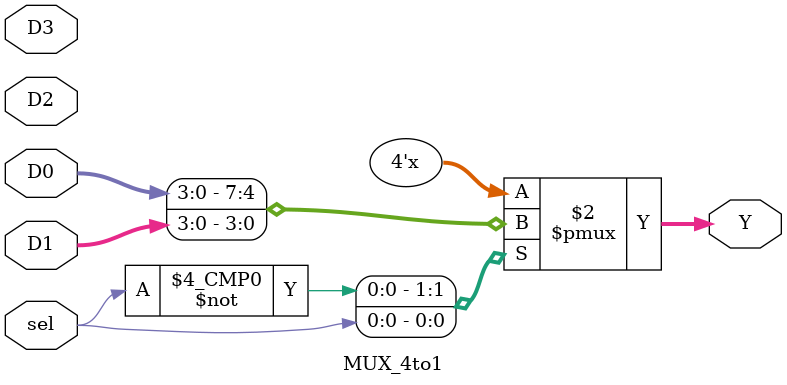
<source format=sv>
`timescale 1ns / 1ps


module MUX_4to1 #(parameter ancho = 4)
(
input logic [ancho-1:0] D0,
input logic [ancho-1:0] D1,
input logic [ancho-1:0] D2,
input logic [ancho-1:0] D3,
input logic sel,
output logic [ancho-1:0] Y
    );
always @(D0 or D1 or D2 or D3 or sel) begin
    case (sel)
        2'b00: Y <= D0;
        2'b01: Y <= D1;
        2'b10: Y <= D2;
        2'b11: Y <= D3;
    endcase
end
endmodule

</source>
